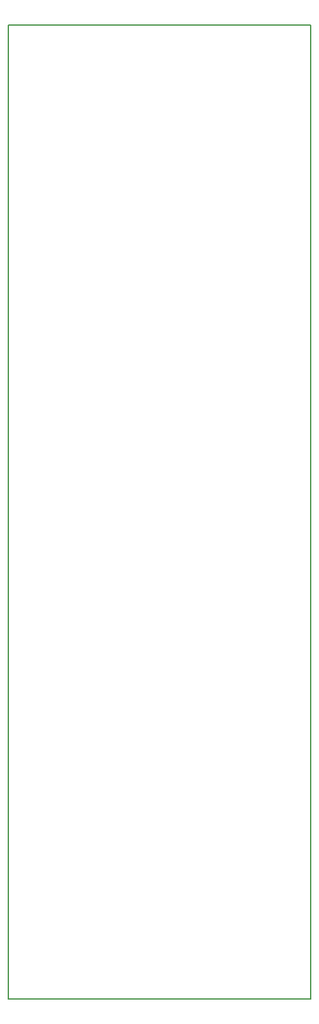
<source format=gm1>
G04 #@! TF.GenerationSoftware,KiCad,Pcbnew,(5.0.2)-1*
G04 #@! TF.CreationDate,2019-04-06T19:17:52+02:00*
G04 #@! TF.ProjectId,Corona_panel,436f726f-6e61-45f7-9061-6e656c2e6b69,1*
G04 #@! TF.SameCoordinates,Original*
G04 #@! TF.FileFunction,Profile,NP*
%FSLAX46Y46*%
G04 Gerber Fmt 4.6, Leading zero omitted, Abs format (unit mm)*
G04 Created by KiCad (PCBNEW (5.0.2)-1) date 6-4-2019 19:17:52*
%MOMM*%
%LPD*%
G01*
G04 APERTURE LIST*
%ADD10C,0.200000*%
G04 APERTURE END LIST*
D10*
X0Y-128400000D02*
X0Y0D01*
X40000000Y0D02*
X40000000Y-128400000D01*
X40000000Y0D02*
X0Y0D01*
X0Y-128400000D02*
X40000000Y-128400000D01*
M02*

</source>
